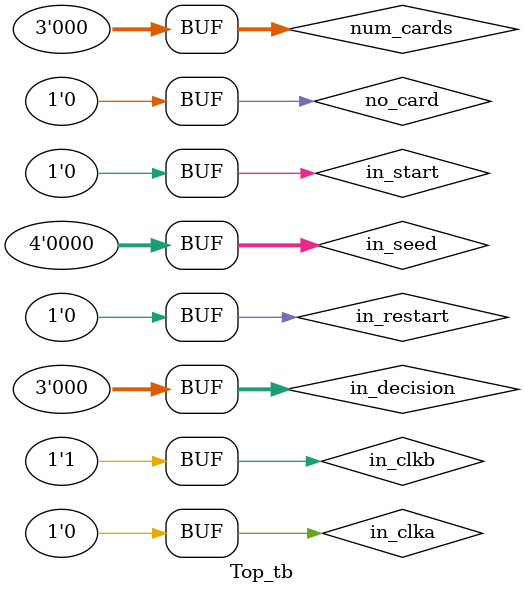
<source format=v>
module Top_tb();
    // Inputs to top_module
    reg  in_clka, in_clkb, in_restart, in_start, no_card;
    reg [2:0] in_decision;
    reg [2:0] num_cards;
    reg [3:0] in_seed;
    // Outputs from top_module
    wire [1:0] winner; 
    wire [2:0] P2_num_cards;
//    wire [3:0] state;
//    wire [2:0] gen_state;
    wire [5:0] top_card; 
    wire [23:0] P1_out;
    //create a top FSM system instance
    Project_Top p1 (.in_clka (in_clka),
           .in_clkb (in_clkb),
           .in_restart (in_restart),
           .in_start (in_start),
           .seed(in_seed),
           .P1_no (no_card),
           .P1_decision (in_decision),
           .num_cards (num_cards),
           .P1_out (P1_out),
           .max_card (top_card),
           .P2_num_cards (P2_num_cards),
           .winner (winner)
    );

    initial
    begin
        // cycle 0
        in_restart = 0;
        in_start = 0; 
        in_decision = 3'b0;
        num_cards = 3'b0;
        no_card = 0;
        // in_seed = 28'b0;
        in_clka = 0; in_clkb = 0; #10;
        in_clka = 1; in_clkb = 0; #10;
        in_clka = 0; in_clkb = 0; #10;
        in_clka = 0; in_clkb = 1; #10;


        // Cycle 1
        in_restart = 1;
        in_clka = 0; in_clkb = 0; #10;
        in_clka = 1; in_clkb = 0; #10;
        in_clka = 0; in_clkb = 0; #10;
        in_clka = 0; in_clkb = 1; #10;

        // Cycle 2 
        in_restart = 0;
        in_start = 1;
        in_clka = 0; in_clkb = 0; #10;
        in_clka = 1; in_clkb = 0; #10;
        in_clka = 0; in_clkb = 0; #10;
        in_clka = 0; in_clkb = 1; #10;

        // Cycle 3
        in_start = 0;
        in_seed = 4'b0001;
        in_clka = 0; in_clkb = 0; #10;
        in_clka = 1; in_clkb = 0; #10;
        in_clka = 0; in_clkb = 0; #10;
        in_clka = 0; in_clkb = 1; #10;

        // Cycle 4
        in_seed = 4'b0000;
        in_clka = 0; in_clkb = 0; #10;
        in_clka = 1; in_clkb = 0; #10;
        in_clka = 0; in_clkb = 0; #10;
        in_clka = 0; in_clkb = 1; #10;

        // Cycle 5
        in_clka = 0; in_clkb = 0; #10;
        in_clka = 1; in_clkb = 0; #10;
        in_clka = 0; in_clkb = 0; #10;
        in_clka = 0; in_clkb = 1; #10;

        // Cycle 6
        in_clka = 0; in_clkb = 0; #10;
        in_clka = 1; in_clkb = 0; #10;
        in_clka = 0; in_clkb = 0; #10;
        in_clka = 0; in_clkb = 1; #10;

        // Cycle 7
        in_clka = 0; in_clkb = 0; #10;
        in_clka = 1; in_clkb = 0; #10;
        in_clka = 0; in_clkb = 0; #10;
        in_clka = 0; in_clkb = 1; #10;

        // Cycle 8
        in_clka = 0; in_clkb = 0; #10;
        in_clka = 1; in_clkb = 0; #10;
        in_clka = 0; in_clkb = 0; #10;
        in_clka = 0; in_clkb = 1; #10;

        // Cycle 9
        in_clka = 0; in_clkb = 0; #10;
        in_clka = 1; in_clkb = 0; #10;
        in_clka = 0; in_clkb = 0; #10;
        in_clka = 0; in_clkb = 1; #10;

        // Cycle 10
        in_clka = 0; in_clkb = 0; #10;
        in_clka = 1; in_clkb = 0; #10;
        in_clka = 0; in_clkb = 0; #10;
        in_clka = 0; in_clkb = 1; #10;

        // cycle 11
        in_clka = 0; in_clkb = 0; #10;
        in_clka = 1; in_clkb = 0; #10;
        in_clka = 0; in_clkb = 0; #10;
        in_clka = 0; in_clkb = 1; #10;

        // Cycle 12
        in_clka = 0; in_clkb = 0; #10;
        in_clka = 1; in_clkb = 0; #10;
        in_clka = 0; in_clkb = 0; #10;
        in_clka = 0; in_clkb = 1; #10;

        // Cycle 13
        in_clka = 0; in_clkb = 0; #10;
        in_clka = 1; in_clkb = 0; #10;
        in_clka = 0; in_clkb = 0; #10;
        in_clka = 0; in_clkb = 1; #10;

        // Cycle 14
        in_clka = 0; in_clkb = 0; #10;
        in_clka = 1; in_clkb = 0; #10;
        in_clka = 0; in_clkb = 0; #10;
        in_clka = 0; in_clkb = 1; #10;

        // Cycle 15
        in_clka = 0; in_clkb = 0; #10;
        in_clka = 1; in_clkb = 0; #10;
        in_clka = 0; in_clkb = 0; #10;
        in_clka = 0; in_clkb = 1; #10;

        // Cycle 16
        in_clka = 0; in_clkb = 0; #10;
        in_clka = 1; in_clkb = 0; #10;
        in_clka = 0; in_clkb = 0; #10;
        in_clka = 0; in_clkb = 1; #10;

        // Cycle 17
        in_clka = 0; in_clkb = 0; #10;
        in_clka = 1; in_clkb = 0; #10;
        in_clka = 0; in_clkb = 0; #10;
        in_clka = 0; in_clkb = 1; #10;

        // cycle 18
        in_clka = 0; in_clkb = 0; #10;
        in_clka = 1; in_clkb = 0; #10;
        in_clka = 0; in_clkb = 0; #10;
        in_clka = 0; in_clkb = 1; #10;

        // cycle 19
        in_clka = 0; in_clkb = 0; #10;
        in_clka = 1; in_clkb = 0; #10;
        in_clka = 0; in_clkb = 0; #10;
        in_clka = 0; in_clkb = 1; #10;

        // cycle 20
        num_cards = 3'b100;
        in_clka = 0; in_clkb = 0; #10;
        in_clka = 1; in_clkb = 0; #10;
        in_clka = 0; in_clkb = 0; #10;
        in_clka = 0; in_clkb = 1; #10;

        // cycle 21 (P1 down one card)
        in_decision = 3'b001;
        num_cards = 3'b0;
        in_clka = 0; in_clkb = 0; #10;
        in_clka = 1; in_clkb = 0; #10;
        in_clka = 0; in_clkb = 0; #10;
        in_clka = 0; in_clkb = 1; #10;

        // cycle 22 (Wait for round to finish)
        in_decision = 3'b000;
        in_clka = 0; in_clkb = 0; #10;
        in_clka = 1; in_clkb = 0; #10;
        in_clka = 0; in_clkb = 0; #10;
        in_clka = 0; in_clkb = 1; #10;

        // cycle 23 (Wait for round to finish)
        in_clka = 0; in_clkb = 0; #10;
        in_clka = 1; in_clkb = 0; #10;
        in_clka = 0; in_clkb = 0; #10;
        in_clka = 0; in_clkb = 1; #10;

        // cycle 24 (Wait for round to finish)
        in_clka = 0; in_clkb = 0; #10;
        in_clka = 1; in_clkb = 0; #10;
        in_clka = 0; in_clkb = 0; #10;
        in_clka = 0; in_clkb = 1; #10;

        // cycle 25 (Wait for round to finish)
        in_clka = 0; in_clkb = 0; #10;
        in_clka = 1; in_clkb = 0; #10;
        in_clka = 0; in_clkb = 0; #10;
        in_clka = 0; in_clkb = 1; #10;
        
        // cycle 26 (Wait for round to finish)
        in_clka = 0; in_clkb = 0; #10;
        in_clka = 1; in_clkb = 0; #10;
        in_clka = 0; in_clkb = 0; #10;
        in_clka = 0; in_clkb = 1; #10;

        // cycle 27 (Wait for round to finish)
        in_clka = 0; in_clkb = 0; #10;
        in_clka = 1; in_clkb = 0; #10;
        in_clka = 0; in_clkb = 0; #10;
        in_clka = 0; in_clkb = 1; #10;

        // cycle 28 (Wait for round to finish)
        in_clka = 0; in_clkb = 0; #10;
        in_clka = 1; in_clkb = 0; #10;
        in_clka = 0; in_clkb = 0; #10;
        in_clka = 0; in_clkb = 1; #10;

        // cycle 29 (Wait for round to finish)
        in_clka = 0; in_clkb = 0; #10;
        in_clka = 1; in_clkb = 0; #10;
        in_clka = 0; in_clkb = 0; #10;
        in_clka = 0; in_clkb = 1; #10;

        // cycle 30 (Game 1 - Round 2 (P1 puts down 9 of hearts))
        in_decision = 3'b100;
        in_clka = 0; in_clkb = 0; #10;
        in_clka = 1; in_clkb = 0; #10;
        in_clka = 0; in_clkb = 0; #10;
        in_clka = 0; in_clkb = 1; #10;

        // cycle 31 (Wait for round to finish)
        in_decision = 3'b000;
        in_clka = 0; in_clkb = 0; #10;
        in_clka = 1; in_clkb = 0; #10;
        in_clka = 0; in_clkb = 0; #10;
        in_clka = 0; in_clkb = 1; #10;

        // cycle 32 (Wait for round to finish)
        in_clka = 0; in_clkb = 0; #10;
        in_clka = 1; in_clkb = 0; #10;
        in_clka = 0; in_clkb = 0; #10;
        in_clka = 0; in_clkb = 1; #10;

        // cycle 33 (Wait for round to finish)
        in_clka = 0; in_clkb = 0; #10;
        in_clka = 1; in_clkb = 0; #10;
        in_clka = 0; in_clkb = 0; #10;
        in_clka = 0; in_clkb = 1; #10;

        // cycle 34 (Wait for round to finish)
        in_clka = 0; in_clkb = 0; #10;
        in_clka = 1; in_clkb = 0; #10;
        in_clka = 0; in_clkb = 0; #10;
        in_clka = 0; in_clkb = 1; #10;

        // cycle 35 (Wait for round to finish)
        in_clka = 0; in_clkb = 0; #10;
        in_clka = 1; in_clkb = 0; #10;
        in_clka = 0; in_clkb = 0; #10;
        in_clka = 0; in_clkb = 1; #10;

        // cycle 36 (Wait for round to finish)
        in_clka = 0; in_clkb = 0; #10;
        in_clka = 1; in_clkb = 0; #10;
        in_clka = 0; in_clkb = 0; #10;
        in_clka = 0; in_clkb = 1; #10;

        // cycle 37 (Wait for round to finish)
        in_clka = 0; in_clkb = 0; #10;
        in_clka = 1; in_clkb = 0; #10;
        in_clka = 0; in_clkb = 0; #10;
        in_clka = 0; in_clkb = 1; #10;

        // cycle 38 (Wait for round to finish)
        in_clka = 0; in_clkb = 0; #10;
        in_clka = 1; in_clkb = 0; #10;
        in_clka = 0; in_clkb = 0; #10;
        in_clka = 0; in_clkb = 1; #10;

	  repeat (100) begin
	  in_clka = 0; in_clkb = 0; #10;
        in_clka = 1; in_clkb = 0; #10;
        in_clka = 0; in_clkb = 0; #10;
        in_clka = 0; in_clkb = 1; #10;
	  end

        // cycle 39 (Game 1 - Round 3 (P1 puts down no card))
        in_decision = 3'b000;
	  no_card = 1'b1;
        in_clka = 0; in_clkb = 0; #10;
        in_clka = 1; in_clkb = 0; #10;
        in_clka = 0; in_clkb = 0; #10;
        in_clka = 0; in_clkb = 1; #10;

        // cycle 40 ((Wait for round to finish)
	  no_card = 1'b0;
        in_decision = 3'b000;
        in_clka = 0; in_clkb = 0; #10;
        in_clka = 1; in_clkb = 0; #10;
        in_clka = 0; in_clkb = 0; #10;
        in_clka = 0; in_clkb = 1; #10;

        // cycle 41 (Wait for round to finish)
        in_clka = 0; in_clkb = 0; #10;
        in_clka = 1; in_clkb = 0; #10;
        in_clka = 0; in_clkb = 0; #10;
        in_clka = 0; in_clkb = 1; #10;

        // cycle 42 (Wait for round to finish)
        in_clka = 0; in_clkb = 0; #10;
        in_clka = 1; in_clkb = 0; #10;
        in_clka = 0; in_clkb = 0; #10;
        in_clka = 0; in_clkb = 1; #10;

        // cycle 43 (Wait for round to finish)
        in_clka = 0; in_clkb = 0; #10;
        in_clka = 1; in_clkb = 0; #10;
        in_clka = 0; in_clkb = 0; #10;
        in_clka = 0; in_clkb = 1; #10;

        // cycle 44 ((Wait for round to finish)
        in_clka = 0; in_clkb = 0; #10;
        in_clka = 1; in_clkb = 0; #10;
        in_clka = 0; in_clkb = 0; #10;
        in_clka = 0; in_clkb = 1; #10;

        // cycle 45 (Wait for round to finish)
        in_clka = 0; in_clkb = 0; #10;
        in_clka = 1; in_clkb = 0; #10;
        in_clka = 0; in_clkb = 0; #10;
        in_clka = 0; in_clkb = 1; #10;

        // cycle 46 (Wait for round to finish)
        in_clka = 0; in_clkb = 0; #10;
        in_clka = 1; in_clkb = 0; #10;
        in_clka = 0; in_clkb = 0; #10;
        in_clka = 0; in_clkb = 1; #10;

        // cycle 47 (Wait for round to finish)
        in_clka = 0; in_clkb = 0; #10;
        in_clka = 1; in_clkb = 0; #10;
        in_clka = 0; in_clkb = 0; #10;
        in_clka = 0; in_clkb = 1; #10;

        // cycle 48 (Wait for round to finish)
        in_clka = 0; in_clkb = 0; #10;
        in_clka = 1; in_clkb = 0; #10;
        in_clka = 0; in_clkb = 0; #10;
        in_clka = 0; in_clkb = 1; #10;

        // cycle 49 (Wait for round to finish)
        in_clka = 0; in_clkb = 0; #10;
        in_clka = 1; in_clkb = 0; #10;
        in_clka = 0; in_clkb = 0; #10;
        in_clka = 0; in_clkb = 1; #10;

	  // cycle 39 (Game 1 - Round 3 (P1 puts down card))
        in_decision = 3'b011;
	  no_card = 1'b1;
        in_clka = 0; in_clkb = 0; #10;
        in_clka = 1; in_clkb = 0; #10;
        in_clka = 0; in_clkb = 0; #10;
        in_clka = 0; in_clkb = 1; #10;

        // cycle 40 ((Wait for round to finish)
	  // no_card = 3'b0;
        in_decision = 3'b000;
        in_clka = 0; in_clkb = 0; #10;
        in_clka = 1; in_clkb = 0; #10;
        in_clka = 0; in_clkb = 0; #10;
        in_clka = 0; in_clkb = 1; #10;

        // cycle 41 (Wait for round to finish)
        in_clka = 0; in_clkb = 0; #10;
        in_clka = 1; in_clkb = 0; #10;
        in_clka = 0; in_clkb = 0; #10;
        in_clka = 0; in_clkb = 1; #10;

        // cycle 42 (Wait for round to finish)
        in_clka = 0; in_clkb = 0; #10;
        in_clka = 1; in_clkb = 0; #10;
        in_clka = 0; in_clkb = 0; #10;
        in_clka = 0; in_clkb = 1; #10;

        // cycle 43 (Wait for round to finish)
        in_clka = 0; in_clkb = 0; #10;
        in_clka = 1; in_clkb = 0; #10;
        in_clka = 0; in_clkb = 0; #10;
        in_clka = 0; in_clkb = 1; #10;

        // cycle 44 ((Wait for round to finish)
        in_clka = 0; in_clkb = 0; #10;
        in_clka = 1; in_clkb = 0; #10;
        in_clka = 0; in_clkb = 0; #10;
        in_clka = 0; in_clkb = 1; #10;

        // cycle 45 (Wait for round to finish)
        in_clka = 0; in_clkb = 0; #10;
        in_clka = 1; in_clkb = 0; #10;
        in_clka = 0; in_clkb = 0; #10;
        in_clka = 0; in_clkb = 1; #10;

        // cycle 46 (Wait for round to finish)
        in_clka = 0; in_clkb = 0; #10;
        in_clka = 1; in_clkb = 0; #10;
        in_clka = 0; in_clkb = 0; #10;
        in_clka = 0; in_clkb = 1; #10;

        // cycle 47 (Wait for round to finish)
        in_clka = 0; in_clkb = 0; #10;
        in_clka = 1; in_clkb = 0; #10;
        in_clka = 0; in_clkb = 0; #10;
        in_clka = 0; in_clkb = 1; #10;

        // cycle 48 (Wait for round to finish)
        in_clka = 0; in_clkb = 0; #10;
        in_clka = 1; in_clkb = 0; #10;
        in_clka = 0; in_clkb = 0; #10;
        in_clka = 0; in_clkb = 1; #10;

        // cycle 49 (Wait for round to finish)
        in_clka = 0; in_clkb = 0; #10;
        in_clka = 1; in_clkb = 0; #10;
        in_clka = 0; in_clkb = 0; #10;
        in_clka = 0; in_clkb = 1; #10;

        // cycle 50 (Wait for round to finish)
        in_start = 1;
        in_clka = 0; in_clkb = 0; #10;
        in_clka = 1; in_clkb = 0; #10;
        in_clka = 0; in_clkb = 0; #10;
        in_clka = 0; in_clkb = 1; #10;

        // cycle 51 (Wait for round to finish)
        in_start = 0;
	  in_restart = 0;
        in_seed = 4'b0011;
        in_clka = 0; in_clkb = 0; #10;
        in_clka = 1; in_clkb = 0; #10;
        in_clka = 0; in_clkb = 0; #10;
        in_clka = 0; in_clkb = 1; #10;

        // cycle 52 (Wait for round to finish)
        in_seed = 4'b0000;
        in_clka = 0; in_clkb = 0; #10;
        in_clka = 1; in_clkb = 0; #10;
        in_clka = 0; in_clkb = 0; #10;
        in_clka = 0; in_clkb = 1; #10;

         // Cycle 53
        in_clka = 0; in_clkb = 0; #10;
        in_clka = 1; in_clkb = 0; #10;
        in_clka = 0; in_clkb = 0; #10;
        in_clka = 0; in_clkb = 1; #10;

        // Cycle 54
        in_clka = 0; in_clkb = 0; #10;
        in_clka = 1; in_clkb = 0; #10;
        in_clka = 0; in_clkb = 0; #10;
        in_clka = 0; in_clkb = 1; #10;

        // Cycle 55
        in_clka = 0; in_clkb = 0; #10;
        in_clka = 1; in_clkb = 0; #10;
        in_clka = 0; in_clkb = 0; #10;
        in_clka = 0; in_clkb = 1; #10;

        // Cycle 56
        in_clka = 0; in_clkb = 0; #10;
        in_clka = 1; in_clkb = 0; #10;
        in_clka = 0; in_clkb = 0; #10;
        in_clka = 0; in_clkb = 1; #10;

        // Cycle 57
        in_clka = 0; in_clkb = 0; #10;
        in_clka = 1; in_clkb = 0; #10;
        in_clka = 0; in_clkb = 0; #10;
        in_clka = 0; in_clkb = 1; #10;

        // Cycle 58
        in_clka = 0; in_clkb = 0; #10;
        in_clka = 1; in_clkb = 0; #10;
        in_clka = 0; in_clkb = 0; #10;
        in_clka = 0; in_clkb = 1; #10;

        // Cycle 59
        in_clka = 0; in_clkb = 0; #10;
        in_clka = 1; in_clkb = 0; #10;
        in_clka = 0; in_clkb = 0; #10;
        in_clka = 0; in_clkb = 1; #10;

        // cycle 60
        in_clka = 0; in_clkb = 0; #10;
        in_clka = 1; in_clkb = 0; #10;
        in_clka = 0; in_clkb = 0; #10;
        in_clka = 0; in_clkb = 1; #10;

        // Cycle 61
        in_clka = 0; in_clkb = 0; #10;
        in_clka = 1; in_clkb = 0; #10;
        in_clka = 0; in_clkb = 0; #10;
        in_clka = 0; in_clkb = 1; #10;

        // Cycle 62
        in_clka = 0; in_clkb = 0; #10;
        in_clka = 1; in_clkb = 0; #10;
        in_clka = 0; in_clkb = 0; #10;
        in_clka = 0; in_clkb = 1; #10;

        // Cycle 63
        in_clka = 0; in_clkb = 0; #10;
        in_clka = 1; in_clkb = 0; #10;
        in_clka = 0; in_clkb = 0; #10;
        in_clka = 0; in_clkb = 1; #10;

        // Cycle 64
        in_clka = 0; in_clkb = 0; #10;
        in_clka = 1; in_clkb = 0; #10;
        in_clka = 0; in_clkb = 0; #10;
        in_clka = 0; in_clkb = 1; #10;

        // Cycle 65
        in_clka = 0; in_clkb = 0; #10;
        in_clka = 1; in_clkb = 0; #10;
        in_clka = 0; in_clkb = 0; #10;
        in_clka = 0; in_clkb = 1; #10;

        // Cycle 66
        in_clka = 0; in_clkb = 0; #10;
        in_clka = 1; in_clkb = 0; #10;
        in_clka = 0; in_clkb = 0; #10;
        in_clka = 0; in_clkb = 1; #10;

        // cycle 67
        in_clka = 0; in_clkb = 0; #10;
        in_clka = 1; in_clkb = 0; #10;
        in_clka = 0; in_clkb = 0; #10;
        in_clka = 0; in_clkb = 1; #10;

        // cycle 68
        num_cards = 3'b100;
        in_clka = 0; in_clkb = 0; #10;
        in_clka = 1; in_clkb = 0; #10;
        in_clka = 0; in_clkb = 0; #10;
        in_clka = 0; in_clkb = 1; #10;

        // cycle 69
        num_cards = 3'b000;
        in_clka = 0; in_clkb = 0; #10;
        in_clka = 1; in_clkb = 0; #10;
        in_clka = 0; in_clkb = 0; #10;
        in_clka = 0; in_clkb = 1; #10;

        // cycle 70 (P1 down one card)
        in_decision = 3'b001;
        in_clka = 0; in_clkb = 0; #10;
        in_clka = 1; in_clkb = 0; #10;
        in_clka = 0; in_clkb = 0; #10;
        in_clka = 0; in_clkb = 1; #10;

        // cycle 71 (Wait for round to finish)
        in_decision = 3'b000;
        in_clka = 0; in_clkb = 0; #10;
        in_clka = 1; in_clkb = 0; #10;
        in_clka = 0; in_clkb = 0; #10;
        in_clka = 0; in_clkb = 1; #10;

        // cycle 72 (Wait for round to finish)
        in_clka = 0; in_clkb = 0; #10;
        in_clka = 1; in_clkb = 0; #10;
        in_clka = 0; in_clkb = 0; #10;
        in_clka = 0; in_clkb = 1; #10;

        // cycle 73 (Wait for round to finish)
        in_clka = 0; in_clkb = 0; #10;
        in_clka = 1; in_clkb = 0; #10;
        in_clka = 0; in_clkb = 0; #10;
        in_clka = 0; in_clkb = 1; #10;

        // cycle 74 (Wait for round to finish)
        in_clka = 0; in_clkb = 0; #10;
        in_clka = 1; in_clkb = 0; #10;
        in_clka = 0; in_clkb = 0; #10;
        in_clka = 0; in_clkb = 1; #10;
        
        // cycle 75 (Wait for round to finish)
        in_clka = 0; in_clkb = 0; #10;
        in_clka = 1; in_clkb = 0; #10;
        in_clka = 0; in_clkb = 0; #10;
        in_clka = 0; in_clkb = 1; #10;

        // cycle 76 (Wait for round to finish)
        in_clka = 0; in_clkb = 0; #10;
        in_clka = 1; in_clkb = 0; #10;
        in_clka = 0; in_clkb = 0; #10;
        in_clka = 0; in_clkb = 1; #10;

        // cycle 77 (Wait for round to finish)
        in_clka = 0; in_clkb = 0; #10;
        in_clka = 1; in_clkb = 0; #10;
        in_clka = 0; in_clkb = 0; #10;
        in_clka = 0; in_clkb = 1; #10;

        // cycle 78 (Wait for round to finish)
        in_clka = 0; in_clkb = 0; #10;
        in_clka = 1; in_clkb = 0; #10;
        in_clka = 0; in_clkb = 0; #10;
        in_clka = 0; in_clkb = 1; #10;

         // cycle 79 (P1 one-up
        in_decision = 3'b010;
	  no_card = 1;
        in_clka = 0; in_clkb = 0; #10;
        in_clka = 1; in_clkb = 0; #10;
        in_clka = 0; in_clkb = 0; #10;
        in_clka = 0; in_clkb = 1; #10;

        // cycle 80 (Wait for round to finish)
        in_decision = 3'b000;
	  no_card = 0;
        in_clka = 0; in_clkb = 0; #10;
        in_clka = 1; in_clkb = 0; #10;
        in_clka = 0; in_clkb = 0; #10;
        in_clka = 0; in_clkb = 1; #10;
        
        // cycle 81 (Wait for round to finish)
        in_clka = 0; in_clkb = 0; #10;
        in_clka = 1; in_clkb = 0; #10;
        in_clka = 0; in_clkb = 0; #10;
        in_clka = 0; in_clkb = 1; #10;

        // cycle 82 (Wait for round to finish)
        in_clka = 0; in_clkb = 0; #10;
        in_clka = 1; in_clkb = 0; #10;
        in_clka = 0; in_clkb = 0; #10;
        in_clka = 0; in_clkb = 1; #10;

        // cycle 83 (Wait for round to finish)
        in_clka = 0; in_clkb = 0; #10;
        in_clka = 1; in_clkb = 0; #10;
        in_clka = 0; in_clkb = 0; #10;
        in_clka = 0; in_clkb = 1; #10;

        // cycle 84 (Wait for round to finish)
        in_clka = 0; in_clkb = 0; #10;
        in_clka = 1; in_clkb = 0; #10;
        in_clka = 0; in_clkb = 0; #10;
        in_clka = 0; in_clkb = 1; #10;

        // cycle 85 (Wait for round to finish)
        in_clka = 0; in_clkb = 0; #10;
        in_clka = 1; in_clkb = 0; #10;
        in_clka = 0; in_clkb = 0; #10;
        in_clka = 0; in_clkb = 1; #10;

        // cycle 86 (Wait for round to finish)
        in_clka = 0; in_clkb = 0; #10;
        in_clka = 1; in_clkb = 0; #10;
        in_clka = 0; in_clkb = 0; #10;
        in_clka = 0; in_clkb = 1; #10;

        // cycle 87 (Wait for round to finish)
        in_clka = 0; in_clkb = 0; #10;
        in_clka = 1; in_clkb = 0; #10;
        in_clka = 0; in_clkb = 0; #10;
        in_clka = 0; in_clkb = 1; #10;

        // cycle 88 (P1 down one card)
        in_decision = 3'b100;
	  no_card = 1;
        in_clka = 0; in_clkb = 0; #10;
        in_clka = 1; in_clkb = 0; #10;
        in_clka = 0; in_clkb = 0; #10;
        in_clka = 0; in_clkb = 1; #10;

        // cycle 89 (Wait for round to finish)
        in_decision = 3'b000;
	  no_card = 0;
        in_clka = 0; in_clkb = 0; #10;
        in_clka = 1; in_clkb = 0; #10;
        in_clka = 0; in_clkb = 0; #10;
        in_clka = 0; in_clkb = 1; #10;

        // cycle 90 (Wait for round to finish)
        in_clka = 0; in_clkb = 0; #10;
        in_clka = 1; in_clkb = 0; #10;
        in_clka = 0; in_clkb = 0; #10;
        in_clka = 0; in_clkb = 1; #10;

        // cycle 91 (Wait for round to finish)
        no_card = 1;
        in_clka = 0; in_clkb = 0; #10;
        in_clka = 1; in_clkb = 0; #10;
        in_clka = 0; in_clkb = 0; #10;
        in_clka = 0; in_clkb = 1; #10;

        // cycle 92 (Wait for round to finish)
        no_card = 0;
        in_clka = 0; in_clkb = 0; #10;
        in_clka = 1; in_clkb = 0; #10;
        in_clka = 0; in_clkb = 0; #10;
        in_clka = 0; in_clkb = 1; #10;
        
        // cycle 93 (Wait for round to finish)
        in_clka = 0; in_clkb = 0; #10;
        in_clka = 1; in_clkb = 0; #10;
        in_clka = 0; in_clkb = 0; #10;
        in_clka = 0; in_clkb = 1; #10;

        // cycle 94 (Wait for round to finish)
        in_clka = 0; in_clkb = 0; #10;
        in_clka = 1; in_clkb = 0; #10;
        in_clka = 0; in_clkb = 0; #10;
        in_clka = 0; in_clkb = 1; #10;

        // cycle 95 (Wait for round to finish)
        in_clka = 0; in_clkb = 0; #10;
        in_clka = 1; in_clkb = 0; #10;
        in_clka = 0; in_clkb = 0; #10;
        in_clka = 0; in_clkb = 1; #10;

        // cycle 96 (Wait for round to finish)
        in_clka = 0; in_clkb = 0; #10;
        in_clka = 1; in_clkb = 0; #10;
        in_clka = 0; in_clkb = 0; #10;
        in_clka = 0; in_clkb = 1; #10;

        // cycle 97 (Wait for round to finish)
        in_clka = 0; in_clkb = 0; #10;
        in_clka = 1; in_clkb = 0; #10;
        in_clka = 0; in_clkb = 0; #10;
        in_clka = 0; in_clkb = 1; #10;

        // cycle 98 (Wait for round to finish)
        in_clka = 0; in_clkb = 0; #10;
        in_clka = 1; in_clkb = 0; #10;
        in_clka = 0; in_clkb = 0; #10;
        in_clka = 0; in_clkb = 1; #10;
        
        // cycle 99 (Wait for round to finish)
        in_decision = 3'b000;
	  no_card = 1;
        in_clka = 0; in_clkb = 0; #10;
        in_clka = 1; in_clkb = 0; #10;
        in_clka = 0; in_clkb = 0; #10;
        in_clka = 0; in_clkb = 1; #10;

        // cycle 100 (Wait for round to finish)
        in_decision = 3'b000;
	  no_card = 0;
        in_clka = 0; in_clkb = 0; #10;
        in_clka = 1; in_clkb = 0; #10;
        in_clka = 0; in_clkb = 0; #10;
        in_clka = 0; in_clkb = 1; #10;

        // cycle 101 (Wait for round to finish)
        in_clka = 0; in_clkb = 0; #10;
        in_clka = 1; in_clkb = 0; #10;
        in_clka = 0; in_clkb = 0; #10;
        in_clka = 0; in_clkb = 1; #10;

        // cycle 102 (Wait for round to finish)
        in_clka = 0; in_clkb = 0; #10;
        in_clka = 1; in_clkb = 0; #10;
        in_clka = 0; in_clkb = 0; #10;
        in_clka = 0; in_clkb = 1; #10;

        // cycle 103 (Wait for round to finish)
        in_clka = 0; in_clkb = 0; #10;
        in_clka = 1; in_clkb = 0; #10;
        in_clka = 0; in_clkb = 0; #10;
        in_clka = 0; in_clkb = 1; #10;

        // cycle 104 (Wait for round to finish)
        in_clka = 0; in_clkb = 0; #10;
        in_clka = 1; in_clkb = 0; #10;
        in_clka = 0; in_clkb = 0; #10;
        in_clka = 0; in_clkb = 1; #10;

        // cycle 105 (Wait for round to finish)
        in_clka = 0; in_clkb = 0; #10;
        in_clka = 1; in_clkb = 0; #10;
        in_clka = 0; in_clkb = 0; #10;
        in_clka = 0; in_clkb = 1; #10;

        // cycle 106 (Wait for round to finish)
        in_clka = 0; in_clkb = 0; #10;
        in_clka = 1; in_clkb = 0; #10;
        in_clka = 0; in_clkb = 0; #10;
        in_clka = 0; in_clkb = 1; #10;

        
        // cycle 107 (Wait for round to finish)
        in_clka = 0; in_clkb = 0; #10;
        in_clka = 1; in_clkb = 0; #10;
        in_clka = 0; in_clkb = 0; #10;
        in_clka = 0; in_clkb = 1; #10;

        
        // cycle 108 (Wait for round to finish)
        in_clka = 0; in_clkb = 0; #10;
        in_clka = 1; in_clkb = 0; #10;
        in_clka = 0; in_clkb = 0; #10;
        in_clka = 0; in_clkb = 1; #10;

        // cycle 109 (Wait for round to finish)
        in_clka = 0; in_clkb = 0; #10;
        in_clka = 1; in_clkb = 0; #10;
        in_clka = 0; in_clkb = 0; #10;
        in_clka = 0; in_clkb = 1; #10;

        
        // cycle 110 (Wait for round to finish)
        in_clka = 0; in_clkb = 0; #10;
        in_clka = 1; in_clkb = 0; #10;
        in_clka = 0; in_clkb = 0; #10;
        in_clka = 0; in_clkb = 1; #10;

	  // cycle 101 (Wait for round to finish)
        in_clka = 0; in_clkb = 0; #10;
        in_clka = 1; in_clkb = 0; #10;
        in_clka = 0; in_clkb = 0; #10;
        in_clka = 0; in_clkb = 1; #10;

        // cycle 102 (Wait for round to finish)
        in_clka = 0; in_clkb = 0; #10;
        in_clka = 1; in_clkb = 0; #10;
        in_clka = 0; in_clkb = 0; #10;
        in_clka = 0; in_clkb = 1; #10;

        // cycle 103 (Wait for round to finish)
        in_clka = 0; in_clkb = 0; #10;
        in_clka = 1; in_clkb = 0; #10;
        in_clka = 0; in_clkb = 0; #10;
        in_clka = 0; in_clkb = 1; #10;

        // cycle 104 (Wait for round to finish)
        in_clka = 0; in_clkb = 0; #10;
        in_clka = 1; in_clkb = 0; #10;
        in_clka = 0; in_clkb = 0; #10;
        in_clka = 0; in_clkb = 1; #10;

        // cycle 105 (Wait for round to finish)
        in_clka = 0; in_clkb = 0; #10;
        in_clka = 1; in_clkb = 0; #10;
        in_clka = 0; in_clkb = 0; #10;
        in_clka = 0; in_clkb = 1; #10;

        // cycle 106 (Wait for round to finish)
        in_clka = 0; in_clkb = 0; #10;
        in_clka = 1; in_clkb = 0; #10;
        in_clka = 0; in_clkb = 0; #10;
        in_clka = 0; in_clkb = 1; #10;

        
        // cycle 107 (Wait for round to finish)
        in_clka = 0; in_clkb = 0; #10;
        in_clka = 1; in_clkb = 0; #10;
        in_clka = 0; in_clkb = 0; #10;
        in_clka = 0; in_clkb = 1; #10;

        
        // cycle 108 (Wait for round to finish)
        in_clka = 0; in_clkb = 0; #10;
        in_clka = 1; in_clkb = 0; #10;
        in_clka = 0; in_clkb = 0; #10;
        in_clka = 0; in_clkb = 1; #10;

        // cycle 109 (Wait for round to finish)
        in_clka = 0; in_clkb = 0; #10;
        in_clka = 1; in_clkb = 0; #10;
        in_clka = 0; in_clkb = 0; #10;
        in_clka = 0; in_clkb = 1; #10;

        
        // cycle 110 (Wait for round to finish)
        in_clka = 0; in_clkb = 0; #10;
        in_clka = 1; in_clkb = 0; #10;
        in_clka = 0; in_clkb = 0; #10;
        in_clka = 0; in_clkb = 1; #10;

	  // cycle 91 (Wait for round to finish)
        no_card = 1;
        in_clka = 0; in_clkb = 0; #10;
        in_clka = 1; in_clkb = 0; #10;
        in_clka = 0; in_clkb = 0; #10;
        in_clka = 0; in_clkb = 1; #10;

        // cycle 92 (Wait for round to finish)
        no_card = 0;
        in_clka = 0; in_clkb = 0; #10;
        in_clka = 1; in_clkb = 0; #10;
        in_clka = 0; in_clkb = 0; #10;
        in_clka = 0; in_clkb = 1; #10;
        
        // cycle 93 (Wait for round to finish)
        in_clka = 0; in_clkb = 0; #10;
        in_clka = 1; in_clkb = 0; #10;
        in_clka = 0; in_clkb = 0; #10;
        in_clka = 0; in_clkb = 1; #10;

        // cycle 94 (Wait for round to finish)
        in_clka = 0; in_clkb = 0; #10;
        in_clka = 1; in_clkb = 0; #10;
        in_clka = 0; in_clkb = 0; #10;
        in_clka = 0; in_clkb = 1; #10;

        // cycle 95 (Wait for round to finish)
        in_clka = 0; in_clkb = 0; #10;
        in_clka = 1; in_clkb = 0; #10;
        in_clka = 0; in_clkb = 0; #10;
        in_clka = 0; in_clkb = 1; #10;

        // cycle 96 (Wait for round to finish)
        in_clka = 0; in_clkb = 0; #10;
        in_clka = 1; in_clkb = 0; #10;
        in_clka = 0; in_clkb = 0; #10;
        in_clka = 0; in_clkb = 1; #10;

        // cycle 97 (Wait for round to finish)
        in_clka = 0; in_clkb = 0; #10;
        in_clka = 1; in_clkb = 0; #10;
        in_clka = 0; in_clkb = 0; #10;
        in_clka = 0; in_clkb = 1; #10;

        // cycle 98 (Wait for round to finish)
        in_clka = 0; in_clkb = 0; #10;
        in_clka = 1; in_clkb = 0; #10;
        in_clka = 0; in_clkb = 0; #10;
        in_clka = 0; in_clkb = 1; #10;
        
        // cycle 99 (Wait for round to finish)
        in_decision = 3'b000;
	  no_card = 1;
        in_clka = 0; in_clkb = 0; #10;
        in_clka = 1; in_clkb = 0; #10;
        in_clka = 0; in_clkb = 0; #10;
        in_clka = 0; in_clkb = 1; #10;

        // cycle 100 (Wait for round to finish)
        in_decision = 3'b000;
	  no_card = 0;
        in_clka = 0; in_clkb = 0; #10;
        in_clka = 1; in_clkb = 0; #10;
        in_clka = 0; in_clkb = 0; #10;
        in_clka = 0; in_clkb = 1; #10;

        // cycle 101 (Wait for round to finish)
        in_clka = 0; in_clkb = 0; #10;
        in_clka = 1; in_clkb = 0; #10;
        in_clka = 0; in_clkb = 0; #10;
        in_clka = 0; in_clkb = 1; #10;

        // cycle 102 (Wait for round to finish)
        in_clka = 0; in_clkb = 0; #10;
        in_clka = 1; in_clkb = 0; #10;
        in_clka = 0; in_clkb = 0; #10;
        in_clka = 0; in_clkb = 1; #10;

        // cycle 103 (Wait for round to finish)
        in_clka = 0; in_clkb = 0; #10;
        in_clka = 1; in_clkb = 0; #10;
        in_clka = 0; in_clkb = 0; #10;
        in_clka = 0; in_clkb = 1; #10;

        // cycle 104 (Wait for round to finish)
        in_clka = 0; in_clkb = 0; #10;
        in_clka = 1; in_clkb = 0; #10;
        in_clka = 0; in_clkb = 0; #10;
        in_clka = 0; in_clkb = 1; #10;

        // cycle 105 (Wait for round to finish)
        in_clka = 0; in_clkb = 0; #10;
        in_clka = 1; in_clkb = 0; #10;
        in_clka = 0; in_clkb = 0; #10;
        in_clka = 0; in_clkb = 1; #10;

        // cycle 106 (Wait for round to finish)
        in_clka = 0; in_clkb = 0; #10;
        in_clka = 1; in_clkb = 0; #10;
        in_clka = 0; in_clkb = 0; #10;
        in_clka = 0; in_clkb = 1; #10;

        
        // cycle 107 (Wait for round to finish)
        in_clka = 0; in_clkb = 0; #10;
        in_clka = 1; in_clkb = 0; #10;
        in_clka = 0; in_clkb = 0; #10;
        in_clka = 0; in_clkb = 1; #10;

        
        // cycle 108 (Wait for round to finish)
        in_clka = 0; in_clkb = 0; #10;
        in_clka = 1; in_clkb = 0; #10;
        in_clka = 0; in_clkb = 0; #10;
        in_clka = 0; in_clkb = 1; #10;

        // cycle 109 (Wait for round to finish)
        in_clka = 0; in_clkb = 0; #10;
        in_clka = 1; in_clkb = 0; #10;
        in_clka = 0; in_clkb = 0; #10;
        in_clka = 0; in_clkb = 1; #10;

        
        // cycle 110 (Wait for round to finish)
        in_clka = 0; in_clkb = 0; #10;
        in_clka = 1; in_clkb = 0; #10;
        in_clka = 0; in_clkb = 0; #10;
        in_clka = 0; in_clkb = 1; #10;

	  // cycle 101 (Wait for round to finish)
        in_clka = 0; in_clkb = 0; #10;
        in_clka = 1; in_clkb = 0; #10;
        in_clka = 0; in_clkb = 0; #10;
        in_clka = 0; in_clkb = 1; #10;

        // cycle 102 (Wait for round to finish)
        in_clka = 0; in_clkb = 0; #10;
        in_clka = 1; in_clkb = 0; #10;
        in_clka = 0; in_clkb = 0; #10;
        in_clka = 0; in_clkb = 1; #10;

        // cycle 103 (Wait for round to finish)
        in_clka = 0; in_clkb = 0; #10;
        in_clka = 1; in_clkb = 0; #10;
        in_clka = 0; in_clkb = 0; #10;
        in_clka = 0; in_clkb = 1; #10;

        // cycle 104 (Wait for round to finish)
        in_clka = 0; in_clkb = 0; #10;
        in_clka = 1; in_clkb = 0; #10;
        in_clka = 0; in_clkb = 0; #10;
        in_clka = 0; in_clkb = 1; #10;

        // cycle 105 (Wait for round to finish)
        in_clka = 0; in_clkb = 0; #10;
        in_clka = 1; in_clkb = 0; #10;
        in_clka = 0; in_clkb = 0; #10;
        in_clka = 0; in_clkb = 1; #10;

        // cycle 106 (Wait for round to finish)
        in_clka = 0; in_clkb = 0; #10;
        in_clka = 1; in_clkb = 0; #10;
        in_clka = 0; in_clkb = 0; #10;
        in_clka = 0; in_clkb = 1; #10;

        
        // cycle 107 (Wait for round to finish)
        in_clka = 0; in_clkb = 0; #10;
        in_clka = 1; in_clkb = 0; #10;
        in_clka = 0; in_clkb = 0; #10;
        in_clka = 0; in_clkb = 1; #10;

        
        // cycle 108 (Wait for round to finish)
        in_clka = 0; in_clkb = 0; #10;
        in_clka = 1; in_clkb = 0; #10;
        in_clka = 0; in_clkb = 0; #10;
        in_clka = 0; in_clkb = 1; #10;

        // cycle 109 (Wait for round to finish)
        in_clka = 0; in_clkb = 0; #10;
        in_clka = 1; in_clkb = 0; #10;
        in_clka = 0; in_clkb = 0; #10;
        in_clka = 0; in_clkb = 1; #10;

        
        // cycle 110 (Wait for round to finish)
        in_clka = 0; in_clkb = 0; #10;
        in_clka = 1; in_clkb = 0; #10;
        in_clka = 0; in_clkb = 0; #10;
        in_clka = 0; in_clkb = 1; #10;
        
        $dumpfile ("Top_tb.vcd"); 
        $dumpvars; 

    end

endmodule
</source>
